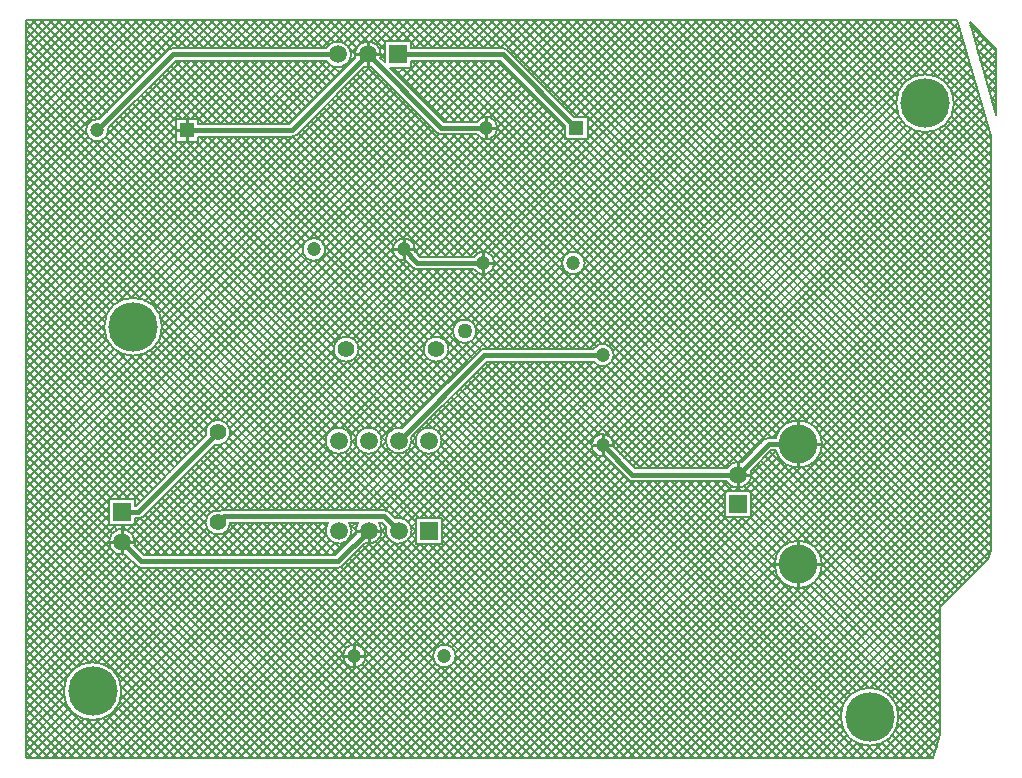
<source format=gbl>
G04*
G04 #@! TF.GenerationSoftware,Altium Limited,Altium Designer,20.0.9 (164)*
G04*
G04 Layer_Physical_Order=2*
G04 Layer_Color=16711680*
%FSLAX25Y25*%
%MOIN*%
G70*
G01*
G75*
%ADD13C,0.01000*%
%ADD26C,0.00800*%
%ADD27C,0.01500*%
%ADD28C,0.04724*%
%ADD29R,0.04724X0.04724*%
%ADD30C,0.05906*%
%ADD31R,0.05906X0.05906*%
%ADD32R,0.05906X0.05906*%
%ADD33C,0.16500*%
%ADD34C,0.05512*%
%ADD35C,0.12992*%
%ADD36C,0.05000*%
D13*
X154750Y211250D02*
X158112D01*
X154750D02*
Y214612D01*
Y207888D02*
Y211250D01*
X153750Y166250D02*
X157112D01*
X153750D02*
Y169612D01*
Y162888D02*
Y166250D01*
X127250Y170750D02*
Y174112D01*
Y170750D02*
X130612D01*
X123888D02*
X127250D01*
Y167388D02*
Y170750D01*
X258750Y105907D02*
X266246D01*
X258750D02*
Y113403D01*
Y65750D02*
X266246D01*
X258750Y98411D02*
Y105907D01*
X193500Y105500D02*
Y108862D01*
Y102138D02*
Y105500D01*
X190138D02*
X193500D01*
X196862D01*
X238671Y95671D02*
Y99624D01*
Y95671D02*
X242624D01*
X238671Y91718D02*
Y95671D01*
X258750Y65750D02*
Y73246D01*
X251254Y65750D02*
X258750D01*
Y58254D02*
Y65750D01*
X115250Y235750D02*
X119203D01*
X115250D02*
Y239703D01*
Y231797D02*
Y235750D01*
X111297D02*
X115250D01*
X55000Y210500D02*
Y213862D01*
X51638Y210500D02*
X55000D01*
Y207138D02*
Y210500D01*
X115500Y77000D02*
X119453D01*
X115500Y73047D02*
Y77000D01*
X111547D02*
X115500D01*
X110750Y35250D02*
Y38612D01*
X107388Y35250D02*
X110750D01*
X114112D01*
X110750Y31888D02*
Y35250D01*
X33250Y73250D02*
Y77203D01*
Y69297D02*
Y73250D01*
X29297D02*
X33250D01*
X37203D01*
D26*
X310650Y219500D02*
G03*
X310650Y219500I-9650J0D01*
G01*
X187512Y166250D02*
G03*
X187512Y166250I-3762J0D01*
G01*
X197262Y135500D02*
G03*
X190413Y137650I-3762J0D01*
G01*
Y133350D02*
G03*
X197262Y135500I3087J2150D01*
G01*
X161770Y237270D02*
G03*
X160250Y237900I-1520J-1520D01*
G01*
X161770Y237270D02*
G03*
X160250Y237900I-1520J-1520D01*
G01*
X119447Y234594D02*
G03*
X119603Y235750I-4197J1156D01*
G01*
X158512Y211250D02*
G03*
X151663Y213400I-3762J0D01*
G01*
Y209100D02*
G03*
X158512Y211250I3087J2150D01*
G01*
X157512Y166250D02*
G03*
X150663Y168400I-3762J0D01*
G01*
Y164100D02*
G03*
X157512Y166250I3087J2150D01*
G01*
X151400Y143500D02*
G03*
X151400Y143500I-3900J0D01*
G01*
X154000Y137650D02*
G03*
X152480Y137020I0J-2150D01*
G01*
X154000Y137650D02*
G03*
X152480Y137020I0J-2150D01*
G01*
X138230Y209730D02*
G03*
X139750Y209100I1520J1520D01*
G01*
X138230Y209730D02*
G03*
X139750Y209100I1520J1520D01*
G01*
X131012Y170750D02*
G03*
X127913Y167047I-3762J0D01*
G01*
X130953Y170087D02*
G03*
X131012Y170750I-3703J663D01*
G01*
X130230Y164730D02*
G03*
X131750Y164100I1520J1520D01*
G01*
X130230Y164730D02*
G03*
X131750Y164100I1520J1520D01*
G01*
X142156Y137500D02*
G03*
X142156Y137500I-4156J0D01*
G01*
X266646Y105907D02*
G03*
X251152Y108057I-7896J0D01*
G01*
Y103757D02*
G03*
X266646Y105907I7598J2150D01*
G01*
X292150Y15000D02*
G03*
X292150Y15000I-9650J0D01*
G01*
X266646Y65750D02*
G03*
X266646Y65750I-7896J0D01*
G01*
X248907Y108057D02*
G03*
X247387Y107428I0J-2150D01*
G01*
X248907Y108057D02*
G03*
X247387Y107428I0J-2150D01*
G01*
X239827Y99868D02*
G03*
X234887Y97821I-1156J-4197D01*
G01*
X197262Y105500D02*
G03*
X194163Y101797I-3762J0D01*
G01*
X197203Y104837D02*
G03*
X197262Y105500I-3703J663D01*
G01*
X243024Y95671D02*
G03*
X242868Y96827I-4353J0D01*
G01*
X234887Y93521D02*
G03*
X243024Y95671I3785J2150D01*
G01*
X201809Y94151D02*
G03*
X203329Y93521I1520J1520D01*
G01*
X201809Y94151D02*
G03*
X203329Y93521I1520J1520D01*
G01*
X139853Y107000D02*
G03*
X139853Y107000I-4353J0D01*
G01*
X129853D02*
G03*
X129697Y108156I-4353J0D01*
G01*
X126656Y111196D02*
G03*
X129853Y107000I-1156J-4197D01*
G01*
X121303Y78156D02*
G03*
X129853Y77000I4197J-1156D01*
G01*
X144512Y35250D02*
G03*
X144512Y35250I-3762J0D01*
G01*
X122270Y83270D02*
G03*
X120750Y83900I-1520J-1520D01*
G01*
X129853Y77000D02*
G03*
X124344Y81196I-4353J0D01*
G01*
X122270Y83270D02*
G03*
X120750Y83900I-1520J-1520D01*
G01*
X119853Y77000D02*
G03*
X118991Y79600I-4353J0D01*
G01*
X109603Y235750D02*
G03*
X101465Y237900I-4353J0D01*
G01*
X114094Y231554D02*
G03*
X116406Y231554I1156J4197D01*
G01*
X119603Y235750D02*
G03*
X111054Y234594I-4353J0D01*
G01*
X101465Y233600D02*
G03*
X109603Y235750I3785J2150D01*
G01*
X90000Y208350D02*
G03*
X91520Y208980I0J2150D01*
G01*
X90000Y208350D02*
G03*
X91520Y208980I0J2150D01*
G01*
X101012Y170750D02*
G03*
X101012Y170750I-3762J0D01*
G01*
X112156Y137500D02*
G03*
X112156Y137500I-4156J0D01*
G01*
X119853Y107000D02*
G03*
X119853Y107000I-4353J0D01*
G01*
X109853D02*
G03*
X109853Y107000I-4353J0D01*
G01*
X50250Y237900D02*
G03*
X48730Y237270I0J-2150D01*
G01*
X50250Y237900D02*
G03*
X48730Y237270I0J-2150D01*
G01*
X28762Y210500D02*
G03*
X28703Y211163I-3762J0D01*
G01*
X25663Y214203D02*
G03*
X28762Y210500I-663J-3703D01*
G01*
X69406Y109750D02*
G03*
X61215Y108755I-4156J0D01*
G01*
X64255Y105715D02*
G03*
X69406Y109750I995J4035D01*
G01*
X46650Y145000D02*
G03*
X46650Y145000I-9650J0D01*
G01*
X109853Y77000D02*
G03*
X108991Y79600I-4353J0D01*
G01*
X112009D02*
G03*
X111303Y75844I3491J-2600D01*
G01*
X102009Y79600D02*
G03*
X109853Y77000I3491J-2600D01*
G01*
X114344Y72803D02*
G03*
X119853Y77000I1156J4197D01*
G01*
X105250Y64600D02*
G03*
X106770Y65230I0J2150D01*
G01*
X105250Y64600D02*
G03*
X106770Y65230I0J2150D01*
G01*
X114512Y35250D02*
G03*
X114512Y35250I-3762J0D01*
G01*
X67250Y83900D02*
G03*
X66426Y83736I0J-2150D01*
G01*
X67250Y83900D02*
G03*
X66426Y83736I0J-2150D01*
G01*
D02*
G03*
X69403Y79600I-1176J-3986D01*
G01*
X38750Y81100D02*
G03*
X40270Y81730I0J2150D01*
G01*
X38750Y81100D02*
G03*
X40270Y81730I0J2150D01*
G01*
X37603Y73250D02*
G03*
X34406Y69054I-4353J0D01*
G01*
X37446Y72094D02*
G03*
X37603Y73250I-4197J1156D01*
G01*
X38230Y65230D02*
G03*
X39750Y64600I1520J1520D01*
G01*
X38230Y65230D02*
G03*
X39750Y64600I1520J1520D01*
G01*
X33150Y23500D02*
G03*
X33150Y23500I-9650J0D01*
G01*
X305840Y247350D02*
X313970Y239221D01*
X308669Y247350D02*
X312821Y243198D01*
X303012Y247350D02*
X315119Y235243D01*
X297355Y247350D02*
X317417Y227288D01*
X300183Y247350D02*
X316268Y231266D01*
X294527Y247350D02*
X318566Y223311D01*
X288870Y247350D02*
X320864Y215356D01*
X291698Y247350D02*
X319715Y219333D01*
X311621Y247350D02*
X322850Y208481D01*
X257757Y247350D02*
X322850Y182257D01*
X254928Y247350D02*
X322850Y179429D01*
X271899Y247350D02*
X293580Y225669D01*
X269071Y247350D02*
X292449Y223972D01*
X266242Y247350D02*
X291661Y221931D01*
X263414Y247350D02*
X291350Y219413D01*
X260585Y247350D02*
X292054Y215881D01*
X283213Y247350D02*
X301422Y229141D01*
X280384Y247350D02*
X298831Y228903D01*
X286041Y247350D02*
X305206Y228185D01*
X277556Y247350D02*
X296745Y228161D01*
X274728Y247350D02*
X295011Y227067D01*
X249272Y247350D02*
X322850Y173772D01*
X252100Y247350D02*
X322850Y176600D01*
X246443Y247350D02*
X322850Y170943D01*
X240786Y247350D02*
X322850Y165286D01*
X243615Y247350D02*
X322850Y168115D01*
X223816Y247350D02*
X322850Y148316D01*
X235129Y247350D02*
X322850Y159629D01*
X237958Y247350D02*
X322850Y162458D01*
X232301Y247350D02*
X322850Y156801D01*
X229473Y247350D02*
X322850Y153973D01*
X226644Y247350D02*
X322850Y151144D01*
X218159Y247350D02*
X322850Y142659D01*
X220987Y247350D02*
X322850Y145487D01*
X215331Y247350D02*
X322850Y139831D01*
X212502Y247350D02*
X322850Y137002D01*
X197085Y134360D02*
X310075Y247350D01*
X206845D02*
X322850Y131345D01*
X209674Y247350D02*
X322850Y134174D01*
X204017Y247350D02*
X322850Y128517D01*
X201188Y247350D02*
X322850Y125688D01*
X198360Y247350D02*
X322850Y122860D01*
X184399Y215012D02*
X216737Y247350D01*
X182800Y216241D02*
X213909Y247350D01*
X188512Y207811D02*
X228051Y247350D01*
X155777Y169419D02*
X233708Y247350D01*
X153535Y170006D02*
X230879Y247350D01*
X147881Y147381D02*
X247850Y247350D01*
X186396Y168925D02*
X264821Y247350D01*
X184565Y169923D02*
X261992Y247350D01*
X187412Y167113D02*
X267649Y247350D01*
X147881Y147381D02*
X247850Y247350D01*
X149901Y146573D02*
X250678Y247350D01*
X172900Y226140D02*
X194110Y247350D01*
X171486Y227555D02*
X191281Y247350D01*
X174314Y224726D02*
X196938Y247350D01*
X170072Y228969D02*
X188453Y247350D01*
X155933D02*
X188271Y215012D01*
X179971Y219069D02*
X208252Y247350D01*
X178557Y220483D02*
X205423Y247350D01*
X181386Y217655D02*
X211080Y247350D01*
X175729Y223312D02*
X199767Y247350D01*
X177143Y221898D02*
X202595Y247350D01*
X195653Y138585D02*
X304419Y247350D01*
X193502Y139262D02*
X301590Y247350D01*
X196934Y137037D02*
X307247Y247350D01*
X186233Y137650D02*
X295933Y247350D01*
X183405Y137650D02*
X293105Y247350D01*
X189062Y137650D02*
X298762Y247350D01*
X192703D02*
X322850Y117203D01*
X195531Y247350D02*
X322850Y120031D01*
X189875Y247350D02*
X322850Y114375D01*
X187046Y247350D02*
X322850Y111546D01*
X184218Y247350D02*
X322850Y108718D01*
X163606Y137650D02*
X273306Y247350D01*
X160777Y137650D02*
X270477Y247350D01*
X166434Y137650D02*
X276134Y247350D01*
X151117Y144960D02*
X253507Y247350D01*
X151172Y142187D02*
X256335Y247350D01*
X177748Y137650D02*
X287448Y247350D01*
X174920Y137650D02*
X284620Y247350D01*
X180576Y137650D02*
X290277Y247350D01*
X169263Y137650D02*
X278963Y247350D01*
X172091Y137650D02*
X281791Y247350D01*
X320049Y231868D02*
X324750Y236569D01*
X319415Y234062D02*
X323827Y238474D01*
X318383Y237636D02*
X324750Y231269D01*
X316085Y245591D02*
X324750Y236926D01*
X315831Y246469D02*
X324750Y237550D01*
X317234Y241613D02*
X324750Y234097D01*
X321317Y227479D02*
X324750Y230912D01*
X320683Y229673D02*
X324750Y233740D01*
X321951Y225285D02*
X324750Y228083D01*
X319532Y233658D02*
X324750Y228440D01*
X320681Y229681D02*
X324750Y225612D01*
X318147Y238451D02*
X320998Y241302D01*
X317513Y240646D02*
X319584Y242716D01*
X318781Y236257D02*
X322412Y239888D01*
X316245Y245035D02*
X316755Y245545D01*
X316879Y242840D02*
X318170Y244130D01*
X308317Y225792D02*
X315712Y233188D01*
X306862Y227166D02*
X315078Y235382D01*
X309472Y224119D02*
X316346Y230994D01*
X302983Y228944D02*
X313811Y239771D01*
X305102Y228235D02*
X314444Y237577D01*
X322979Y221726D02*
X324750Y219955D01*
X323219Y220896D02*
X324750Y222427D01*
Y215596D02*
Y237550D01*
X321830Y225703D02*
X324750Y222783D01*
X322585Y223090D02*
X324750Y225255D01*
X315831Y246469D02*
X324750Y215596D01*
X324128Y217748D02*
X324750Y217127D01*
X323853Y218701D02*
X324750Y219598D01*
X324487Y216507D02*
X324750Y216770D01*
X308567Y213511D02*
X322850Y199227D01*
X300913Y209850D02*
X322850Y187914D01*
X310649Y219639D02*
X317614Y226605D01*
X310291Y222109D02*
X316980Y228799D01*
X310641Y219922D02*
X322850Y207713D01*
X310085Y216247D02*
X318248Y224410D01*
X309685Y223706D02*
X322013Y211378D01*
X309661Y215245D02*
X322850Y202056D01*
X310403Y217331D02*
X322850Y204884D01*
X307169Y212080D02*
X322850Y196399D01*
X305472Y210949D02*
X322850Y193571D01*
X303431Y210161D02*
X322850Y190742D01*
X188512Y213468D02*
X222394Y247350D01*
X187228Y215012D02*
X219566Y247350D01*
X157415Y165400D02*
X239365Y247350D01*
X139162Y141490D02*
X245022Y247350D01*
X157116Y167930D02*
X236536Y247350D01*
X135969Y141126D02*
X242193Y247350D01*
X300338Y229127D02*
X313177Y241966D01*
X296323Y227941D02*
X312543Y244160D01*
X297381Y210554D02*
X322850Y185085D01*
X188512Y210640D02*
X225223Y247350D01*
X188512Y207488D02*
Y215012D01*
X188271D02*
X188512Y214771D01*
X188189Y207488D02*
X188512Y207811D01*
X184028Y215012D02*
X188512D01*
X149101Y168400D02*
X188189Y207488D01*
X180988D02*
X188512D01*
X154000Y137650D02*
X190413D01*
X157497Y166591D02*
X186437Y137650D01*
X254454Y112533D02*
X322850Y180929D01*
X194484Y109131D02*
X296380Y211028D01*
X196249Y108068D02*
X298391Y210209D01*
X138571Y233600D02*
X258376Y113795D01*
X158491Y210851D02*
X256024Y113318D01*
X141399Y233600D02*
X261815Y113184D01*
X264526Y111291D02*
X322850Y169615D01*
X262981Y112574D02*
X322850Y172443D01*
X265707Y109643D02*
X322850Y166786D01*
X258551Y113801D02*
X322850Y178100D01*
X261042Y113463D02*
X322850Y175272D01*
X157655Y208859D02*
X254173Y112341D01*
X155988Y207697D02*
X252702Y110984D01*
X152860Y207997D02*
X251600Y109257D01*
X148929Y209100D02*
X249971Y108057D01*
X248907D02*
X251152D01*
X170939Y133350D02*
X195854Y108435D01*
X249979Y108057D02*
X252125Y110203D01*
X154891Y133350D02*
X190413D01*
X168110D02*
X192371Y109089D01*
X163001Y236040D02*
X174311Y247350D01*
X161575Y237443D02*
X171482Y247350D01*
X164415Y234626D02*
X177139Y247350D01*
X156376Y237900D02*
X165825Y247350D01*
X153547Y237900D02*
X162997Y247350D01*
X159204Y237900D02*
X168654Y247350D01*
X150719Y237900D02*
X160169Y247350D01*
X147890Y237900D02*
X157340Y247350D01*
X150277D02*
X159727Y237900D01*
X138963Y247350D02*
X148413Y237900D01*
X136576D02*
X146027Y247350D01*
X139405Y237900D02*
X148855Y247350D01*
X133748Y237900D02*
X143198Y247350D01*
X136135D02*
X145584Y237900D01*
X145062D02*
X154512Y247350D01*
X144620D02*
X154070Y237900D01*
X147448Y247350D02*
X156898Y237900D01*
X141791Y247350D02*
X151241Y237900D01*
X142233D02*
X151683Y247350D01*
X167243Y231797D02*
X182796Y247350D01*
X165829Y233211D02*
X179968Y247350D01*
X168658Y230383D02*
X185625Y247350D01*
X153105D02*
X185443Y215012D01*
X161770Y237270D02*
X184028Y215012D01*
X159359Y233600D02*
X180988Y211972D01*
X157617Y213686D02*
X168445Y224514D01*
X155927Y214824D02*
X167031Y225928D01*
X158370Y233600D02*
X180988Y210982D01*
X152638Y214364D02*
X165617Y227343D01*
X155541Y233600D02*
X180988Y208154D01*
X137672Y216368D02*
X154904Y233600D01*
X136258Y217782D02*
X152076Y233600D01*
X135742D02*
X154351Y214991D01*
X133430Y220611D02*
X146419Y233600D01*
X134844Y219197D02*
X149247Y233600D01*
X146018Y213400D02*
X162789Y230171D01*
X143189Y213400D02*
X161374Y231585D01*
X148846Y213400D02*
X164203Y228757D01*
X139086Y214954D02*
X157732Y233600D01*
X140501Y213540D02*
X159960Y232999D01*
X130920Y237900D02*
X140370Y247350D01*
X130478D02*
X139928Y237900D01*
X133306Y247350D02*
X142756Y237900D01*
X129603Y239411D02*
X137541Y247350D01*
X124637Y240103D02*
X131884Y247350D01*
X127649D02*
X137099Y237900D01*
X129603Y239740D02*
X131442Y237900D01*
X129240Y240103D02*
X129603Y239740D01*
Y237900D02*
X160250D01*
X127466Y240103D02*
X134713Y247350D01*
X124821D02*
X134271Y237900D01*
X121809Y240103D02*
X129056Y247350D01*
X119164D02*
X126411Y240103D01*
X121992Y247350D02*
X129240Y240103D01*
X116073Y240024D02*
X123399Y247350D01*
X118001Y239123D02*
X126227Y247350D01*
X129603Y237900D02*
Y240103D01*
X120897D02*
X129603D01*
X119538Y235004D02*
X120897Y236363D01*
X116335Y247350D02*
X123583Y240103D01*
X119226Y237521D02*
X120897Y239191D01*
X132015Y222025D02*
X143590Y233600D01*
X130601Y223439D02*
X140762Y233600D01*
X132914D02*
X152359Y214155D01*
X129603Y233600D02*
X159359D01*
X129187Y224854D02*
X137933Y233600D01*
X130086D02*
X150285Y213400D01*
X126631Y231397D02*
X144629Y213400D01*
X123803Y231397D02*
X141800Y213400D01*
X129460Y231397D02*
X147457Y213400D01*
X122643Y231397D02*
X140641Y213400D01*
X116406Y231554D02*
X138230Y209730D01*
X120897Y233143D02*
Y240103D01*
X119600Y235600D02*
X120897Y234303D01*
X129603Y231397D02*
Y233600D01*
X119447Y234594D02*
X120897Y233143D01*
X126358Y227682D02*
X132276Y233600D01*
X124944Y229096D02*
X127245Y231397D01*
X127773Y226268D02*
X135105Y233600D01*
X122643Y231397D02*
X129603D01*
X123530Y230510D02*
X124417Y231397D01*
X158482Y211723D02*
X169860Y223100D01*
X180988Y207488D02*
Y211972D01*
X143272Y209100D02*
X182554Y169817D01*
X146100Y209100D02*
X185787Y169413D01*
X146273Y168400D02*
X185360Y207488D01*
X180988Y208154D02*
X181653Y207488D01*
X143444Y168400D02*
X182532Y207488D01*
X140443Y209100D02*
X180871Y168672D01*
X140616Y168400D02*
X180988Y208772D01*
X140641Y213400D02*
X151663D01*
X140939Y140439D02*
X143619Y143119D01*
X155121Y137650D02*
X181075Y163604D01*
X148674Y164100D02*
X175124Y137650D01*
X156964Y164295D02*
X183609Y137650D01*
X143017Y164100D02*
X169467Y137650D01*
X140189Y164100D02*
X166639Y137650D01*
X145846Y164100D02*
X172296Y137650D01*
X155507Y162924D02*
X180781Y137650D01*
X153049Y162554D02*
X177953Y137650D01*
X157949D02*
X182887Y162588D01*
X151062Y141913D02*
X155325Y137650D01*
X151257Y144546D02*
X158153Y137650D01*
X141990Y138662D02*
X144427Y141099D01*
X149798Y140349D02*
X152838Y137309D01*
X140939Y140439D02*
X143619Y143119D01*
X141626Y135469D02*
X146040Y139883D01*
X147712Y139606D02*
X151389Y135929D01*
X142087Y136746D02*
X147146Y131687D01*
X141180Y134824D02*
X145732Y130272D01*
X132386Y168655D02*
X178345Y214615D01*
X130971Y170069D02*
X176931Y216029D01*
X134959Y168400D02*
X179759Y213200D01*
X129208Y173963D02*
X174102Y218857D01*
X126914Y174497D02*
X172688Y220271D01*
X130578Y172504D02*
X175516Y217443D01*
X139750Y209100D02*
X151663D01*
X137787Y168400D02*
X180988Y211600D01*
X132641Y168400D02*
X150663D01*
X131750Y164100D02*
X150663D01*
X131001Y170459D02*
X133060Y168400D01*
X130953Y170087D02*
X132641Y168400D01*
X127913Y167047D02*
X130230Y164730D01*
X134532Y164100D02*
X160982Y137650D01*
X131703Y164101D02*
X148547Y147257D01*
X137360Y164100D02*
X163810Y137650D01*
X125970Y111327D02*
X180077Y165435D01*
X126656Y111196D02*
X152480Y137020D01*
X118811Y109826D02*
X148813Y139828D01*
X138717Y109932D02*
X162134Y133350D01*
X137031Y111075D02*
X159306Y133350D01*
X139712Y108099D02*
X164963Y133350D01*
X134316Y111189D02*
X156477Y133350D01*
X129697Y108156D02*
X154891Y133350D01*
X125612Y167363D02*
X145913Y147062D01*
X117175Y111018D02*
X140031Y133874D01*
X139537Y133639D02*
X144318Y128858D01*
X136838Y133510D02*
X142903Y127444D01*
X134630Y113090D02*
X136479Y111241D01*
X133216Y111676D02*
X133860Y111032D01*
X131802Y110261D02*
X132211Y109852D01*
X225601Y97821D02*
X322850Y195071D01*
X217115Y97821D02*
X322850Y203556D01*
X228429Y97821D02*
X322850Y192242D01*
X211458Y97821D02*
X322686Y209049D01*
X208630Y97821D02*
X322052Y211243D01*
X214287Y97821D02*
X322850Y206384D01*
X266576Y104855D02*
X322850Y161129D01*
X266468Y107576D02*
X322850Y163958D01*
X239096Y100003D02*
X322850Y183757D01*
X231257Y97821D02*
X322850Y189414D01*
X234086Y97821D02*
X322850Y186585D01*
X203596Y98444D02*
X320784Y215632D01*
X202182Y99858D02*
X320150Y217827D01*
X205802Y97821D02*
X321418Y213438D01*
X199354Y102687D02*
X318882Y222216D01*
X200768Y101273D02*
X319516Y220021D01*
X197939Y104101D02*
X304253Y210415D01*
X262631Y72626D02*
X322850Y132845D01*
X260602Y73426D02*
X322850Y135674D01*
Y70506D02*
Y208481D01*
X222772Y97821D02*
X322850Y197899D01*
X219944Y97821D02*
X322850Y200728D01*
X257954Y73606D02*
X322850Y138502D01*
X266357Y67867D02*
X322850Y124360D01*
X265503Y69842D02*
X322850Y127188D01*
X266634Y65316D02*
X322850Y121531D01*
X264249Y71416D02*
X322850Y130017D01*
X264656Y60509D02*
X322850Y118703D01*
X216611Y1150D02*
X322850Y107389D01*
X266027Y108972D02*
X314750Y60250D01*
X213782Y1150D02*
X322850Y110218D01*
X208125Y1150D02*
X322850Y115875D01*
X210954Y1150D02*
X322850Y113046D01*
X266637Y105534D02*
X313335Y58835D01*
X266161Y103182D02*
X311921Y57421D01*
X249206Y103166D02*
X306000Y46372D01*
X247792Y101751D02*
X306000Y43543D01*
X219439Y1150D02*
X322850Y104561D01*
X170076Y247350D02*
X322850Y94576D01*
X178561Y247350D02*
X322850Y103061D01*
X167247Y247350D02*
X322850Y91747D01*
X161590Y247350D02*
X322850Y86090D01*
X164419Y247350D02*
X322850Y88919D01*
X158762Y247350D02*
X322850Y83262D01*
X188512Y214771D02*
X322850Y80433D01*
X181389Y247350D02*
X322850Y105889D01*
X187310Y207488D02*
X322850Y71948D01*
X175733Y247350D02*
X322850Y100233D01*
X172904Y247350D02*
X322850Y97404D01*
X152713Y233600D02*
X320407Y65907D01*
X149884Y233600D02*
X318992Y64492D01*
X147056Y233600D02*
X317578Y63078D01*
X119751Y107937D02*
X259164Y247350D01*
X139853Y74299D02*
X311909Y246355D01*
X188512Y211943D02*
X322850Y77605D01*
X197199Y106189D02*
X300861Y209851D01*
X188512Y209114D02*
X322850Y74777D01*
X184482Y207488D02*
X322551Y69419D01*
X181653Y207488D02*
X321821Y67321D01*
X174184Y1150D02*
X322850Y149816D01*
X171356Y1150D02*
X322850Y152644D01*
X177013Y1150D02*
X322850Y146987D01*
X165699Y1150D02*
X322850Y158301D01*
X144228Y233600D02*
X316164Y61664D01*
X168527Y1150D02*
X322850Y155473D01*
X182669Y1150D02*
X322850Y141331D01*
X194028Y101775D02*
X274881Y20922D01*
X179841Y1150D02*
X322850Y144159D01*
X150187Y128646D02*
X277683Y1150D01*
X151601Y130060D02*
X280511Y1150D01*
X159625Y133350D02*
X273800Y19175D01*
X156797Y133350D02*
X273075Y17072D01*
X154429Y132889D02*
X272866Y14453D01*
X153015Y131475D02*
X273935Y10555D01*
X148773Y127232D02*
X274854Y1150D01*
X145944Y124404D02*
X269198Y1150D01*
X144530Y122989D02*
X266369Y1150D01*
X147358Y125818D02*
X272026Y1150D01*
X141701Y120161D02*
X260712Y1150D01*
X143116Y121575D02*
X263541Y1150D01*
X322034Y67534D02*
X322850Y70506D01*
X306000Y51500D02*
X322034Y67534D01*
X279084Y24025D02*
X306000Y50941D01*
X266644Y65929D02*
X306000Y26573D01*
X265411Y69990D02*
X306000Y29401D01*
X266301Y63443D02*
X306000Y23744D01*
X288737Y22364D02*
X306000Y39628D01*
X287053Y23509D02*
X306000Y42456D01*
X290121Y20920D02*
X306000Y36799D01*
X282537Y24650D02*
X306000Y48113D01*
X285028Y24313D02*
X306000Y45284D01*
X292134Y14448D02*
X306000Y28314D01*
X291926Y17068D02*
X306000Y31142D01*
Y9155D02*
Y51500D01*
X265409Y61507D02*
X306000Y20916D01*
X291201Y19172D02*
X306000Y33971D01*
X291522Y18423D02*
X304878Y5068D01*
X292150Y14967D02*
X304268Y2849D01*
X291814Y12475D02*
X303139Y1150D01*
X291061Y10546D02*
X306000Y25485D01*
X292978Y1150D02*
X306000Y14172D01*
X291010Y10450D02*
X300310Y1150D01*
X295807D02*
X306000Y11343D01*
X287321Y1150D02*
X306000Y19829D01*
X284493Y1150D02*
X306000Y22657D01*
X290150Y1150D02*
X306000Y17000D01*
X298635Y1150D02*
X305758Y8273D01*
X301464Y1150D02*
X304687Y4373D01*
X303801Y1150D02*
X306000Y9155D01*
X288422Y7381D02*
X294654Y1150D01*
X289866Y8766D02*
X297482Y1150D01*
X281665D02*
X286954Y6439D01*
X278055Y6435D02*
X283340Y1150D01*
X286675Y6300D02*
X291825Y1150D01*
X267522D02*
X275136Y8764D01*
X270351Y1150D02*
X276580Y7379D01*
X281953Y5365D02*
X286168Y1150D01*
X278836D02*
X283052Y5366D01*
X284572Y5575D02*
X288997Y1150D01*
X273179D02*
X278328Y6299D01*
X276008Y1150D02*
X280432Y5574D01*
X265184Y101330D02*
X310507Y56007D01*
X263826Y99859D02*
X309093Y54593D01*
X262100Y98757D02*
X307679Y53179D01*
X246378Y100337D02*
X306000Y40715D01*
X256990Y98210D02*
X306000Y49200D01*
X244964Y98923D02*
X306000Y37887D01*
X259929Y98100D02*
X306264Y51764D01*
X264123Y59964D02*
X306000Y18088D01*
X262473Y58787D02*
X306000Y15259D01*
X243549Y97509D02*
X306000Y35058D01*
X243001Y95228D02*
X306000Y32230D01*
X213596Y93521D02*
X282467Y24650D01*
X210768Y93521D02*
X279975Y24314D01*
X216424Y93521D02*
X285923Y24022D01*
X207939Y93521D02*
X277950Y23510D01*
X205111Y93521D02*
X276266Y22366D01*
X260402Y58029D02*
X306000Y12431D01*
X243024Y89549D02*
X258929Y73644D01*
X242233Y93169D02*
X262990Y72411D01*
X233581Y1150D02*
X322850Y90419D01*
X230753Y1150D02*
X322850Y93247D01*
X236410Y1150D02*
X322850Y87590D01*
X225096Y1150D02*
X322850Y98904D01*
X222268Y1150D02*
X322850Y101733D01*
X227924Y1150D02*
X322850Y96076D01*
X250552Y1150D02*
X322850Y73448D01*
X244895Y1150D02*
X322850Y79105D01*
X253380Y1150D02*
X322850Y70620D01*
X239238Y1150D02*
X322850Y84762D01*
X242067Y1150D02*
X322850Y81933D01*
X257675Y57927D02*
X306000Y9602D01*
X219253Y93521D02*
X305487Y7287D01*
X247723Y1150D02*
X322850Y76277D01*
X162871Y1150D02*
X259802Y98082D01*
X205297Y1150D02*
X263991Y59844D01*
X261866Y1150D02*
X273187Y12472D01*
X259037Y1150D02*
X272850Y14963D01*
X264694Y1150D02*
X273991Y10447D01*
X202468Y1150D02*
X259184Y57866D01*
X256209Y1150D02*
X273475Y18416D01*
X187317Y165055D02*
X246166Y106206D01*
X186913Y168287D02*
X247592Y107608D01*
X186172Y163371D02*
X244751Y104792D01*
X184200Y162515D02*
X243337Y103378D01*
X249798Y103757D02*
X251152D01*
X239827Y99868D02*
X247387Y107428D01*
X204219Y97821D02*
X234887D01*
X197258Y135315D02*
X234752Y97821D01*
X185081Y133350D02*
X220610Y97821D01*
X187909Y133350D02*
X223438Y97821D01*
X197203Y104837D02*
X204219Y97821D01*
X243024Y89789D02*
X253366Y100131D01*
X243018Y95439D02*
X251194Y103615D01*
X243024Y86960D02*
X255014Y98951D01*
X242868Y96827D02*
X249798Y103757D01*
X240588Y90182D02*
X252083Y101676D01*
X243024Y84132D02*
X257082Y98190D01*
X192065Y132022D02*
X226266Y97821D01*
X182253Y133350D02*
X217781Y97821D01*
X196506Y133238D02*
X231923Y97821D01*
X176596Y133350D02*
X212124Y97821D01*
X179424Y133350D02*
X214953Y97821D01*
X196435Y107854D02*
X206468Y97821D01*
X194906Y132010D02*
X229095Y97821D01*
X194163Y101797D02*
X201809Y94151D01*
X165282Y133350D02*
X190662Y107970D01*
X162453Y133350D02*
X189775Y106028D01*
X173767Y133350D02*
X209296Y97821D01*
X132764Y81353D02*
X184762Y133350D01*
X121135Y83865D02*
X170620Y133350D01*
X135593Y81353D02*
X187590Y133350D01*
X139276Y104835D02*
X167791Y133350D01*
X138421Y81353D02*
X190415Y133346D01*
X122819Y82721D02*
X173448Y133350D01*
X124233Y81307D02*
X176276Y133350D01*
X130388Y108847D02*
X131258Y107977D01*
X129843Y106716D02*
X131311Y108184D01*
X119669Y108253D02*
X121153Y106768D01*
X129832Y106574D02*
X132017Y104390D01*
X118775Y104133D02*
X121173Y106530D01*
X118341Y83900D02*
X137665Y103224D01*
X115513Y83900D02*
X134401Y102788D01*
X116637Y102798D02*
X138083Y81353D01*
X139741Y107979D02*
X246570Y1150D01*
X139532Y105360D02*
X243742Y1150D01*
X140287Y118747D02*
X257884Y1150D01*
X137459Y115918D02*
X252227Y1150D01*
X136045Y114504D02*
X249399Y1150D01*
X138873Y117332D02*
X255055Y1150D01*
X136477Y102758D02*
X238085Y1150D01*
X132890Y103517D02*
X235256Y1150D01*
X138352Y103711D02*
X240913Y1150D01*
X127576Y103174D02*
X229600Y1150D01*
X129069Y104509D02*
X232428Y1150D01*
X139853Y79956D02*
X191963Y132066D01*
X128619Y80036D02*
X181933Y133350D01*
X139853Y77127D02*
X194640Y131915D01*
X126882Y81127D02*
X179105Y133350D01*
X119588Y105505D02*
X223943Y1150D01*
X143230Y38079D02*
X200556Y95404D01*
X141296Y38972D02*
X199142Y96818D01*
X144344Y36363D02*
X201978Y93998D01*
X118458Y103806D02*
X221114Y1150D01*
X125268Y102653D02*
X226771Y1150D01*
X243024Y86720D02*
X256443Y73302D01*
X243024Y81476D02*
Y90182D01*
Y83892D02*
X254507Y72409D01*
X234318Y90182D02*
X243024D01*
X240734Y91838D02*
X242391Y90182D01*
X243024Y89549D01*
X242611Y81476D02*
X252964Y71123D01*
X239783Y81476D02*
X251787Y69473D01*
X234318Y81476D02*
X243024D01*
X236955D02*
X251029Y67402D01*
X233395Y93521D02*
X236734Y90182D01*
X230566Y93521D02*
X234318Y89769D01*
X227738Y93521D02*
X234318Y86941D01*
X203329Y93521D02*
X234887D01*
X224910D02*
X234318Y84113D01*
X237760Y90182D02*
X238903Y91325D01*
X234931Y90182D02*
X236595Y91845D01*
X238419Y91326D02*
X239563Y90182D01*
X234318Y89569D02*
X234931Y90182D01*
X234318Y81476D02*
Y90182D01*
X222081Y93521D02*
X250927Y64675D01*
X160042Y1150D02*
X240368Y81476D01*
X157214Y1150D02*
X237540Y81476D01*
X185498Y1150D02*
X250894Y66546D01*
X196812Y1150D02*
X254658Y58997D01*
X193983Y1150D02*
X253084Y60251D01*
X199640Y1150D02*
X256633Y58143D01*
X188326Y1150D02*
X251074Y63898D01*
X191155Y1150D02*
X251874Y61869D01*
X145900Y1150D02*
X234318Y89569D01*
X143581Y32773D02*
X204330Y93521D01*
X148728Y1150D02*
X234318Y86740D01*
X140243Y1150D02*
X232614Y93521D01*
X143071Y1150D02*
X235102Y93180D01*
X151557Y1150D02*
X234318Y83912D01*
X144511Y35326D02*
X178688Y1150D01*
X154385D02*
X234711Y81476D01*
X142341Y31841D02*
X173031Y1150D01*
X143867Y33143D02*
X175859Y1150D01*
X139853Y72647D02*
Y81353D01*
X131147D02*
X139853D01*
X131147Y72647D02*
Y81353D01*
X129564Y78558D02*
X131147Y76975D01*
X129668Y78256D02*
X131147Y79735D01*
Y72647D02*
X139853D01*
Y73926D02*
X212629Y1150D01*
X129482Y75242D02*
X131147Y76907D01*
X129639Y75654D02*
X131147Y74146D01*
X122270Y83270D02*
X124344Y81196D01*
X119859Y79600D02*
X121303Y78156D01*
X119852Y76926D02*
X121193Y78267D01*
X119271Y79173D02*
X119698Y79600D01*
X119852Y76956D02*
X121482Y75327D01*
X118991Y79600D02*
X119859D01*
X134586Y1150D02*
X226957Y93521D01*
X131758Y1150D02*
X224129Y93521D01*
X137415Y1150D02*
X229786Y93521D01*
X126101Y1150D02*
X218472Y93521D01*
X128929Y1150D02*
X221301Y93521D01*
X139853Y79583D02*
X218286Y1150D01*
X123273D02*
X215644Y93521D01*
X139853Y76755D02*
X215457Y1150D01*
X117616D02*
X209987Y93521D01*
X120444Y1150D02*
X212815Y93521D01*
X126793Y72844D02*
X198487Y1150D01*
X123827Y72982D02*
X195658Y1150D01*
X128560Y73905D02*
X201315Y1150D01*
X117829Y73323D02*
X190002Y1150D01*
X119228Y74752D02*
X192830Y1150D01*
X138303Y72647D02*
X209801Y1150D01*
X135475Y72647D02*
X206972Y1150D01*
X139721Y31631D02*
X170203Y1150D01*
X115673Y72651D02*
X187173Y1150D01*
X132647Y72647D02*
X204144Y1150D01*
X110679Y247350D02*
X120897Y237131D01*
X113507Y247350D02*
X120897Y239960D01*
X109562Y236342D02*
X120571Y247350D01*
X107850D02*
X115100Y240100D01*
X104816Y240081D02*
X112085Y247350D01*
X108741Y238349D02*
X117742Y247350D01*
X107203Y239640D02*
X114914Y247350D01*
X105022D02*
X112935Y239436D01*
X102193Y247350D02*
X111531Y238012D01*
X96536Y247350D02*
X103975Y239912D01*
X93708Y247350D02*
X102201Y238857D01*
X94150Y237900D02*
X103600Y247350D01*
X90880D02*
X100330Y237900D01*
X91322D02*
X100772Y247350D01*
X109251Y237464D02*
X110898Y235817D01*
X99807Y237900D02*
X109257Y247350D01*
X99365D02*
X106964Y239751D01*
X96978Y237900D02*
X106429Y247350D01*
X115317Y231398D02*
X180015Y166700D01*
X113214Y230673D02*
X241923Y101963D01*
X111799Y229259D02*
X240509Y100549D01*
X110385Y227845D02*
X238228Y100001D01*
X107557Y225016D02*
X193315Y139258D01*
X108971Y226430D02*
X236169Y99233D01*
X106142Y223602D02*
X191238Y138506D01*
X104728Y222188D02*
X189266Y137650D01*
X109412Y234475D02*
X110173Y233714D01*
X96144Y233600D02*
X103102Y226642D01*
X93316Y233600D02*
X101688Y225228D01*
X108357Y232701D02*
X108759Y232299D01*
X106613Y231616D02*
X107344Y230885D01*
X103730Y231671D02*
X105930Y229471D01*
X98973Y233600D02*
X104516Y228057D01*
X91520Y208980D02*
X114094Y231554D01*
X88051Y247350D02*
X97501Y237900D01*
X85665D02*
X95115Y247350D01*
X88493Y237900D02*
X97943Y247350D01*
X29750D02*
X311621D01*
X50250Y237900D02*
X101465D01*
X85223Y247350D02*
X94673Y237900D01*
X90487Y233600D02*
X100274Y223814D01*
X87659Y233600D02*
X98859Y222400D01*
X84831Y233600D02*
X97445Y220986D01*
X51141Y233600D02*
X101465D01*
X82003D02*
X96031Y219571D01*
X82394Y247350D02*
X91844Y237900D01*
X80008D02*
X89458Y247350D01*
X82836Y237900D02*
X92286Y247350D01*
X76737D02*
X86187Y237900D01*
X77179D02*
X86629Y247350D01*
X79174Y233600D02*
X94617Y218157D01*
X79566Y247350D02*
X89016Y237900D01*
X76346Y233600D02*
X93203Y216743D01*
X73517Y233600D02*
X91788Y215329D01*
X70689Y233600D02*
X90374Y213915D01*
X89109Y212650D02*
X111054Y234594D01*
X88699Y212650D02*
X110976Y234927D01*
X44314Y151295D02*
X120490Y227470D01*
X41099Y153736D02*
X117661Y230298D01*
X38979Y154445D02*
X115996Y231462D01*
X42859Y152668D02*
X119075Y228884D01*
X46290Y147613D02*
X123318Y224641D01*
X45471Y149623D02*
X121904Y226056D01*
X46649Y145144D02*
X124732Y223227D01*
X1150Y226771D02*
X116753Y111169D01*
X1150Y223943D02*
X114005Y111088D01*
X68900Y212650D02*
X89850Y233600D01*
X67860D02*
X88810Y212650D01*
X71728D02*
X92678Y233600D01*
X65032D02*
X85982Y212650D01*
X66072D02*
X87022Y233600D01*
X83042Y212650D02*
X102651Y232259D01*
X80214Y212650D02*
X101164Y233600D01*
X85871Y212650D02*
X104658Y231438D01*
X74557Y212650D02*
X95507Y233600D01*
X77385Y212650D02*
X98335Y233600D01*
X103314Y220774D02*
X154091Y169997D01*
X101900Y219359D02*
X151795Y169464D01*
X100486Y217945D02*
X150031Y168400D01*
X97657Y215117D02*
X144374Y168400D01*
X96243Y213703D02*
X141546Y168400D01*
X99072Y216531D02*
X147203Y168400D01*
X100131Y173170D02*
X137460Y210499D01*
X98449Y174316D02*
X136046Y211913D01*
X100986Y171196D02*
X139018Y209228D01*
X94829Y212288D02*
X138717Y168400D01*
X81797Y208350D02*
X144349Y145798D01*
X95224Y173920D02*
X134632Y213328D01*
X92001Y209460D02*
X126959Y174501D01*
X93415Y210874D02*
X135889Y168400D01*
X90266Y208366D02*
X124925Y173707D01*
X108210Y141651D02*
X130854Y164295D01*
X87454Y208350D02*
X123729Y172075D01*
X84625Y208350D02*
X123863Y169112D01*
X112136Y137092D02*
X139144Y164100D01*
X111669Y139453D02*
X136316Y164100D01*
X100811Y169536D02*
X134010Y136338D01*
X99659Y167860D02*
X141489Y126030D01*
X100454Y172722D02*
X134139Y139037D01*
X97679Y167012D02*
X140075Y124616D01*
X114584Y111255D02*
X136838Y133510D01*
X109411Y108911D02*
X135061Y134561D01*
X109411Y108911D02*
X135061Y134561D01*
X106148Y111304D02*
X134374Y139531D01*
X108136Y110464D02*
X134010Y136338D01*
X112029Y138520D02*
X133004Y117545D01*
X111831Y135889D02*
X131590Y116130D01*
X110619Y134273D02*
X130176Y114716D01*
X110329Y140942D02*
X133487Y164100D01*
X109846Y106761D02*
X111663Y104944D01*
X109823Y106495D02*
X111245Y107916D01*
X108666Y133398D02*
X128761Y113302D01*
X78968Y208350D02*
X143606Y143712D01*
X46088Y141754D02*
X126146Y221813D01*
X73311Y208350D02*
X148560Y133101D01*
X34045Y216504D02*
X109020Y141529D01*
X32630Y215090D02*
X106389Y141331D01*
X31216Y213676D02*
X104773Y140119D01*
X70483Y208350D02*
X137246Y141587D01*
X67655Y208350D02*
X135324Y140680D01*
X76140Y208350D02*
X149975Y134515D01*
X55124Y206738D02*
X138661Y123201D01*
X52296Y206738D02*
X137247Y121787D01*
X61998Y208350D02*
X96036Y174311D01*
X58762Y212650D02*
X89109D01*
X59169Y208350D02*
X94360Y173159D01*
X36333Y154627D02*
X90057Y208351D01*
X29802Y212261D02*
X103898Y138166D01*
X64826Y208350D02*
X99222Y173954D01*
X58762Y208350D02*
X90000D01*
X57953Y206738D02*
X93512Y171178D01*
X32313Y153435D02*
X87227Y208350D01*
X1150Y125101D02*
X84399Y208350D01*
X36873Y219333D02*
X135832Y120373D01*
X35459Y217918D02*
X134418Y118959D01*
X28762Y210473D02*
X127347Y111888D01*
X1150Y91160D02*
X128975Y218985D01*
X1150Y93988D02*
X127561Y220399D01*
X1150Y88331D02*
X130389Y217570D01*
X69109Y108207D02*
X127931Y167029D01*
X69179Y111105D02*
X125496Y167422D01*
X34363Y87603D02*
X154277Y207518D01*
X28075Y208332D02*
X125075Y111332D01*
X31534Y87603D02*
X152314Y208383D01*
X1150Y215457D02*
X105261Y111346D01*
X1150Y212629D02*
X103129Y110650D01*
X1150Y209801D02*
X101746Y109204D01*
X1150Y221114D02*
X112306Y109958D01*
X1150Y218286D02*
X111299Y108137D01*
X68059Y112813D02*
X124037Y168792D01*
X66210Y113794D02*
X123503Y171086D01*
X26520Y207058D02*
X123009Y110569D01*
X23823Y206927D02*
X121674Y109076D01*
X1150Y206972D02*
X101147Y106975D01*
X65866Y237900D02*
X75316Y247350D01*
X65424D02*
X74874Y237900D01*
X68252Y247350D02*
X77702Y237900D01*
X62596Y247350D02*
X72046Y237900D01*
X60209D02*
X69659Y247350D01*
X63037Y237900D02*
X72487Y247350D01*
X73909D02*
X83359Y237900D01*
X71523D02*
X80973Y247350D01*
X74351Y237900D02*
X83801Y247350D01*
X68694Y237900D02*
X78144Y247350D01*
X71081D02*
X80531Y237900D01*
X51282Y247350D02*
X60732Y237900D01*
X48454Y247350D02*
X57903Y237900D01*
X51724D02*
X61174Y247350D01*
X42797D02*
X52247Y237900D01*
X45625Y247350D02*
X55075Y237900D01*
X57380D02*
X66830Y247350D01*
X56939D02*
X66389Y237900D01*
X59767Y247350D02*
X69217Y237900D01*
X54110Y247350D02*
X63560Y237900D01*
X54552D02*
X64002Y247350D01*
X62204Y233600D02*
X83153Y212650D01*
X60415D02*
X81365Y233600D01*
X63243Y212650D02*
X84193Y233600D01*
X59375D02*
X80325Y212650D01*
X58762Y213826D02*
X78536Y233600D01*
X56547D02*
X77497Y212650D01*
X56370Y214262D02*
X75708Y233600D01*
X53542Y214262D02*
X72879Y233600D01*
X53718D02*
X74668Y212650D01*
X51015Y233475D02*
X71840Y212650D01*
X28426Y208946D02*
X53080Y233600D01*
X39968Y247350D02*
X49539Y237779D01*
X37140Y247350D02*
X47975Y236515D01*
X34311Y247350D02*
X46560Y235101D01*
X28655Y247350D02*
X43732Y232273D01*
X25826Y247350D02*
X42318Y230858D01*
X31483Y247350D02*
X45146Y233687D01*
X25663Y214203D02*
X48730Y237270D01*
X28703Y211163D02*
X51141Y233600D01*
X22998Y247350D02*
X40903Y229444D01*
X20169Y247350D02*
X39489Y228030D01*
X17341Y247350D02*
X38075Y226616D01*
X14512Y247350D02*
X36661Y225201D01*
X11684Y247350D02*
X35247Y223787D01*
X8856Y247350D02*
X33832Y222373D01*
X6027Y247350D02*
X32418Y220959D01*
X3199Y247350D02*
X31004Y219545D01*
X1150Y218439D02*
X30061Y247350D01*
X1150D02*
X29750D01*
X1150Y246570D02*
X29590Y218130D01*
X1150Y238238D02*
X10262Y247350D01*
X1150Y241067D02*
X7434Y247350D01*
X1150Y235410D02*
X13090Y247350D01*
X1150Y246723D02*
X1777Y247350D01*
X1150Y243895D02*
X4605Y247350D01*
X1150Y224096D02*
X24404Y247350D01*
X1150Y226924D02*
X21576Y247350D01*
X1150Y221268D02*
X27233Y247350D01*
X1150Y232581D02*
X15919Y247350D01*
X1150Y229753D02*
X18747Y247350D01*
X25249Y214254D02*
X58345Y247350D01*
X1150Y195812D02*
X52688Y247350D01*
X1150Y192983D02*
X55517Y247350D01*
X1150Y198640D02*
X49860Y247350D01*
X1150Y201468D02*
X47032Y247350D01*
X1150Y170356D02*
X64394Y233600D01*
X1150Y176013D02*
X58737Y233600D01*
X1150Y178841D02*
X55909Y233600D01*
X1150Y173184D02*
X61566Y233600D01*
X1150Y167527D02*
X67223Y233600D01*
X1150Y164699D02*
X70051Y233600D01*
X1150Y207125D02*
X41375Y247350D01*
X1150Y209954D02*
X38546Y247350D01*
X1150Y204297D02*
X44203Y247350D01*
X1150Y215611D02*
X32889Y247350D01*
X1150Y212782D02*
X35718Y247350D01*
X1150Y238085D02*
X24973Y214262D01*
X1150Y235256D02*
X22832Y213575D01*
X1150Y232428D02*
X21558Y212020D01*
X1150Y243742D02*
X28176Y216716D01*
X1150Y240913D02*
X26761Y215302D01*
X49601Y232060D02*
X69011Y212650D01*
X51238Y214262D02*
X58762D01*
X48187Y230646D02*
X66183Y212650D01*
X45358Y227818D02*
X60526Y212650D01*
X43944Y226403D02*
X56085Y214262D01*
X46773Y229232D02*
X63354Y212650D01*
X58762D02*
Y214262D01*
Y206738D02*
Y208350D01*
X51238Y206738D02*
X58762D01*
X42530Y224989D02*
X53257Y214262D01*
X41116Y223575D02*
X51238Y213453D01*
X39701Y222161D02*
X51238Y210625D01*
X1150Y229600D02*
X21427Y209323D01*
X38287Y220747D02*
X51238Y207796D01*
Y206738D02*
Y214262D01*
X1150Y190155D02*
X21246Y210251D01*
X1150Y136415D02*
X73085Y208350D01*
X42656Y137181D02*
X66000Y113838D01*
X31340Y137184D02*
X60492Y108032D01*
X1150Y142071D02*
X67428Y208350D01*
X1150Y147728D02*
X61772Y208350D01*
X1150Y139243D02*
X70257Y208350D01*
X40856Y136154D02*
X63493Y113516D01*
X38683Y135498D02*
X61931Y112250D01*
X35945Y135408D02*
X61122Y110231D01*
X1150Y184498D02*
X23643Y206991D01*
X1150Y187326D02*
X22023Y208200D01*
X1150Y181669D02*
X26554Y207074D01*
X1150Y161871D02*
X51238Y211958D01*
X1150Y159042D02*
X51238Y209130D01*
X1150Y156214D02*
X51674Y206738D01*
X28897Y87603D02*
X37603D01*
X1150Y153385D02*
X54503Y206738D01*
X1150Y150557D02*
X57331Y206738D01*
X1150Y192830D02*
X39722Y154258D01*
X1150Y190002D02*
X36514Y154638D01*
X1150Y130758D02*
X78742Y208350D01*
X1150Y133586D02*
X75914Y208350D01*
X1150Y144900D02*
X64600Y208350D01*
X1150Y127929D02*
X81571Y208350D01*
X1150Y108130D02*
X30705Y137686D01*
X1150Y181516D02*
X30518Y152149D01*
X1150Y164546D02*
X59078Y106618D01*
X1150Y187173D02*
X34115Y154209D01*
X1150Y184345D02*
X32151Y153343D01*
X1150Y173031D02*
X27498Y146683D01*
X1150Y170203D02*
X27408Y143945D01*
X1150Y167374D02*
X29184Y139340D01*
X1150Y178688D02*
X29182Y150656D01*
X1150Y175859D02*
X28154Y148856D01*
X1150Y113787D02*
X28264Y140901D01*
X1150Y116616D02*
X27555Y143021D01*
X1150Y110959D02*
X29332Y139141D01*
X1150Y122273D02*
X28565Y149687D01*
X1150Y119444D02*
X27373Y145667D01*
X1150Y156060D02*
X54835Y102375D01*
X1150Y153232D02*
X53421Y100961D01*
X1150Y150403D02*
X52007Y99547D01*
X1150Y161717D02*
X57663Y105204D01*
X1150Y158889D02*
X56249Y103790D01*
X1150Y141918D02*
X47764Y95304D01*
X1150Y139090D02*
X46350Y93890D01*
X1150Y136261D02*
X44935Y92476D01*
X1150Y147575D02*
X50592Y98133D01*
X1150Y144747D02*
X49178Y96719D01*
X1150Y99645D02*
X36856Y135351D01*
X1150Y102473D02*
X34387Y135711D01*
X1150Y133433D02*
X43521Y91062D01*
X1150Y105302D02*
X32377Y136529D01*
X1150Y96817D02*
X40246Y135912D01*
X1150Y122119D02*
X35666Y87603D01*
X1150Y119291D02*
X32838Y87603D01*
X1150Y116462D02*
X30010Y87603D01*
X1150Y130605D02*
X42107Y89648D01*
X1150Y127776D02*
X40693Y88233D01*
X112684Y83900D02*
X132568Y103783D01*
X109856Y83900D02*
X131425Y105469D01*
X109150Y104629D02*
X132426Y81353D01*
X101371Y83900D02*
X121951Y104480D01*
X98542Y83900D02*
X118367Y103725D01*
X107704Y103246D02*
X131147Y79803D01*
X113444Y103163D02*
X135255Y81353D01*
X107027Y83900D02*
X125784Y102656D01*
X105475Y102647D02*
X127058Y81064D01*
X95714Y83900D02*
X114563Y102749D01*
X104199Y83900D02*
X123456Y103157D01*
X90057Y83900D02*
X111482Y105325D01*
X87228Y83900D02*
X106005Y102677D01*
X92885Y83900D02*
X112674Y103689D01*
X84400Y83900D02*
X103589Y103089D01*
X84400Y83900D02*
X103589Y103089D01*
X108991Y79600D02*
X112009D01*
X111552D02*
X111823Y79329D01*
X109712Y78099D02*
X111213Y79600D01*
X100238D02*
X101394Y78444D01*
X114005Y37137D02*
X292265Y215398D01*
X112578Y38539D02*
X291556Y217517D01*
X114484Y34788D02*
X293334Y213638D01*
X110179Y38969D02*
X291373Y220162D01*
X89331Y1150D02*
X190932Y102751D01*
X83675Y1150D02*
X294708Y212183D01*
X100645Y1150D02*
X197727Y98232D01*
X97817Y1150D02*
X196313Y99646D01*
X114787Y1150D02*
X207158Y93521D01*
X92160Y1150D02*
X192811Y101801D01*
X94988Y1150D02*
X194899Y101061D01*
X94581Y79600D02*
X104820Y69361D01*
X91753Y79600D02*
X102453Y68900D01*
X86503Y1150D02*
X189869Y104516D01*
X97409Y79600D02*
X101363Y75646D01*
X89199Y68900D02*
X99899Y79600D01*
X88924D02*
X99624Y68900D01*
X83542D02*
X94242Y79600D01*
X86371Y68900D02*
X97071Y79600D01*
X37191Y87603D02*
X171274Y221686D01*
X1150Y85503D02*
X131803Y216156D01*
X70258Y83900D02*
X150458Y164100D01*
X1150Y201315D02*
X118565Y83900D01*
X1150Y198487D02*
X115737Y83900D01*
X1150Y204144D02*
X121547Y83747D01*
X73086Y83900D02*
X152070Y162884D01*
X67429Y83900D02*
X147629Y164100D01*
X75915Y83900D02*
X154600Y162585D01*
X67250Y83900D02*
X120750D01*
X64547Y83846D02*
X144801Y164100D01*
X46258Y147722D02*
X110080Y83900D01*
X46209Y142115D02*
X104423Y83900D01*
X46638Y144514D02*
X107252Y83900D01*
X1150Y195658D02*
X112908Y83900D01*
X45343Y140151D02*
X101595Y83900D01*
X78743D02*
X101196Y106352D01*
X69338Y110500D02*
X95938Y83900D01*
X81572D02*
X102036Y104364D01*
X44149Y138518D02*
X98766Y83900D01*
X69016Y107993D02*
X93109Y83900D01*
X1150Y65704D02*
X144546Y209100D01*
X1150Y82674D02*
X133218Y214742D01*
X69532Y1150D02*
X292559Y224177D01*
X1150Y62875D02*
X147374Y209100D01*
X1150Y68532D02*
X141718Y209100D01*
X1150Y60047D02*
X150203Y209100D01*
X43944Y68900D02*
X108408Y133364D01*
X41116Y68900D02*
X106047Y133832D01*
X46773Y68900D02*
X141973Y164100D01*
X37563Y73833D02*
X129345Y165614D01*
X39464Y70077D02*
X104558Y135171D01*
X38050Y71491D02*
X103849Y137291D01*
X1150Y74189D02*
X94830Y167869D01*
X1150Y71361D02*
X96804Y167014D01*
X1150Y79846D02*
X94080Y172776D01*
X1150Y77018D02*
X93684Y169551D01*
X69403Y79600D02*
X102009D01*
X80714Y68900D02*
X91414Y79600D01*
X83267D02*
X93967Y68900D01*
X1150Y93835D02*
X93835Y1150D01*
X1150Y96663D02*
X96663Y1150D01*
X109410Y78914D02*
X111151Y77172D01*
X109276Y74835D02*
X111156Y76715D01*
X110689Y69149D02*
X140826Y39011D01*
X109686Y75808D02*
X110477Y75018D01*
X109275Y67734D02*
X138643Y38367D01*
X104359Y68900D02*
X111303Y75844D01*
X106770Y65230D02*
X114344Y72803D01*
X108660Y74006D02*
X109063Y73603D01*
X103341Y68900D02*
X107665Y73224D01*
X97684Y68900D02*
X102568Y73783D01*
X92027Y68900D02*
X101311Y78184D01*
X94856Y68900D02*
X101425Y75469D01*
X106944Y72894D02*
X107649Y72189D01*
X104146Y72863D02*
X106234Y70775D01*
X100513Y68900D02*
X104401Y72788D01*
X112103Y70563D02*
X181516Y1150D01*
X103924Y64600D02*
X167374Y1150D01*
X113518Y71977D02*
X184345Y1150D01*
X98267Y64600D02*
X161717Y1150D01*
X95439Y64600D02*
X158889Y1150D01*
X101096Y64600D02*
X164546Y1150D01*
X113358Y32539D02*
X144747Y1150D01*
X111959D02*
X143227Y32419D01*
X114397Y34328D02*
X147575Y1150D01*
X92610Y64600D02*
X156060Y1150D01*
X111504Y31564D02*
X141918Y1150D01*
X107861Y66320D02*
X137340Y36841D01*
X106412Y64941D02*
X137131Y34221D01*
X109130Y1150D02*
X139637Y31656D01*
X103473Y1150D02*
X137028Y34704D01*
X106302Y1150D02*
X137921Y32770D01*
X75640Y64600D02*
X139090Y1150D01*
X66704D02*
X138201Y72647D01*
X89782Y64600D02*
X153232Y1150D01*
X61047D02*
X132544Y72647D01*
X61498Y64600D02*
X124948Y1150D01*
X63876D02*
X135373Y72647D01*
X72811Y64600D02*
X136261Y1150D01*
X69983Y64600D02*
X133433Y1150D01*
X86954Y64600D02*
X150403Y1150D01*
X64326Y64600D02*
X127776Y1150D01*
X67155Y64600D02*
X130605Y1150D01*
X84125Y64600D02*
X109828Y38897D01*
X86096Y79600D02*
X96796Y68900D01*
X81297Y64600D02*
X108039Y37858D01*
X40641Y68900D02*
X104359D01*
X58669Y64600D02*
X122119Y1150D01*
X80846D02*
X111212Y31516D01*
X78468Y64600D02*
X107064Y36004D01*
X78018Y1150D02*
X108863Y31995D01*
X39750Y64600D02*
X105250D01*
X72361Y1150D02*
X107031Y35821D01*
X55390Y1150D02*
X127258Y73018D01*
X52562Y1150D02*
X124244Y72832D01*
X58219Y1150D02*
X131147Y74079D01*
X46905Y1150D02*
X121373Y75618D01*
X44076Y1150D02*
X115574Y72648D01*
X49733Y1150D02*
X122464Y73881D01*
X53012Y64600D02*
X116462Y1150D01*
X50184Y64600D02*
X113634Y1150D01*
X55841Y64600D02*
X119291Y1150D01*
X1537D02*
X303801D01*
X47355Y64600D02*
X110805Y1150D01*
X41699Y64600D02*
X105149Y1150D01*
X41248D02*
X104698Y64600D01*
X44527D02*
X107977Y1150D01*
X31266Y69376D02*
X99492Y1150D01*
X38363Y65107D02*
X102320Y1150D01*
X38420D02*
X101870Y64600D01*
X35591Y1150D02*
X99041Y64600D01*
X75189Y1150D02*
X107462Y33422D01*
X29934Y1150D02*
X93384Y64600D01*
X32763Y1150D02*
X96213Y64600D01*
X65731Y105622D02*
X87453Y83900D01*
X63532Y104992D02*
X84624Y83900D01*
X67751Y106430D02*
X90281Y83900D01*
X60704Y102163D02*
X78967Y83900D01*
X59290Y100749D02*
X76139Y83900D01*
X62118Y103578D02*
X81796Y83900D01*
X69386Y79339D02*
X79825Y68900D01*
X68603Y77294D02*
X76997Y68900D01*
X69400D02*
X80100Y79600D01*
X57876Y99335D02*
X73310Y83900D01*
X67059Y76009D02*
X74168Y68900D01*
X56461Y97921D02*
X70482Y83900D01*
X55047Y96507D02*
X67654Y83900D01*
X53633Y95092D02*
X64840Y83886D01*
X52219Y93678D02*
X62794Y83103D01*
X50804Y92264D02*
X61509Y81559D01*
X49390Y90850D02*
X61146Y79094D01*
X40905Y82364D02*
X54369Y68900D01*
X71953Y79600D02*
X82653Y68900D01*
X69400D02*
X80100Y79600D01*
X72228Y68900D02*
X82928Y79600D01*
X63743Y68900D02*
X74443Y79600D01*
X60915Y68900D02*
X71615Y79600D01*
X66572Y68900D02*
X77272Y79600D01*
X77885Y68900D02*
X88585Y79600D01*
X77610D02*
X88310Y68900D01*
X80439Y79600D02*
X91139Y68900D01*
X74782Y79600D02*
X85482Y68900D01*
X75057D02*
X85757Y79600D01*
X46562Y88021D02*
X65683Y68900D01*
X45148Y86607D02*
X62854Y68900D01*
X47976Y89435D02*
X68511Y68900D01*
X42319Y83779D02*
X57198Y68900D01*
X43733Y85193D02*
X60026Y68900D01*
X58086D02*
X64804Y75618D01*
X55258Y68900D02*
X62772Y76414D01*
X64594Y75646D02*
X71340Y68900D01*
X49601D02*
X61154Y80453D01*
X52429Y68900D02*
X61496Y77967D01*
X37859Y85400D02*
X61215Y108755D01*
X37817Y85400D02*
X61207Y108790D01*
X40270Y81730D02*
X64255Y105715D01*
X1150Y124948D02*
X39279Y86819D01*
X37603Y85667D02*
X37864Y85405D01*
X37603Y85400D02*
Y87603D01*
Y79529D02*
X39227Y81154D01*
X37603Y81100D02*
X38750D01*
X36971Y78897D02*
X37603Y79529D01*
X28897Y78897D02*
Y87603D01*
X1150Y107977D02*
X28897Y80230D01*
X37603Y78897D02*
Y81100D01*
X1150Y113634D02*
X28897Y85887D01*
X1150Y110805D02*
X28897Y83058D01*
X33058Y78897D02*
X34552Y77403D01*
X32827Y77582D02*
X34142Y78897D01*
X35210Y77136D02*
X36971Y78897D01*
X28897D02*
X37603D01*
X30230D02*
X31780Y77347D01*
X36746Y75844D02*
X66793Y105891D01*
X39276Y81165D02*
X51541Y68900D01*
X1150Y91006D02*
X91006Y1150D01*
X1150Y85350D02*
X85350Y1150D01*
X1150Y82521D02*
X82521Y1150D01*
X1150Y88178D02*
X88178Y1150D01*
X35887Y78897D02*
X45884Y68900D01*
X37403Y74552D02*
X43055Y68900D01*
X37603Y80010D02*
X48712Y68900D01*
X1150Y79693D02*
X79693Y1150D01*
X1150Y76864D02*
X76864Y1150D01*
X1150Y99492D02*
X29376Y71266D01*
X1150Y102320D02*
X29056Y74414D01*
X1150Y57219D02*
X28897Y84966D01*
X1150Y105149D02*
X30073Y76226D01*
X1150Y1537D02*
Y247350D01*
Y48733D02*
X31314Y78897D01*
X1150Y54390D02*
X28897Y82137D01*
X1150Y51562D02*
X28897Y79309D01*
X29059Y31388D02*
X62272Y64600D01*
X27239Y32396D02*
X59443Y64600D01*
X30569Y30069D02*
X65100Y64600D01*
X25041Y33026D02*
X56615Y64600D01*
X22256Y33070D02*
X53786Y64600D01*
X16864Y30506D02*
X50958Y64600D01*
X33128Y24143D02*
X73585Y64600D01*
X32668Y26511D02*
X70757Y64600D01*
X32823Y21009D02*
X76414Y64600D01*
X30569Y30069D02*
X65100Y64600D01*
X31782Y28453D02*
X67928Y64600D01*
X37446Y72094D02*
X40641Y68900D01*
X34406Y69054D02*
X38230Y65230D01*
X1150Y40248D02*
X30656Y69754D01*
X24277Y1150D02*
X87727Y64600D01*
X21449Y1150D02*
X84899Y64600D01*
X27106Y1150D02*
X90556Y64600D01*
X15792Y1150D02*
X79242Y64600D01*
X1150Y71207D02*
X71207Y1150D01*
X18621D02*
X82071Y64600D01*
X32996Y25220D02*
X57065Y1150D01*
X32511Y20047D02*
X51408Y1150D01*
X33076Y22310D02*
X54237Y1150D01*
X30274Y16627D02*
X45752Y1150D01*
X31551Y18179D02*
X48580Y1150D01*
X26809Y14435D02*
X40095Y1150D01*
X4478D02*
X18547Y15218D01*
X28701Y15372D02*
X42923Y1150D01*
X1650D02*
X16931Y16431D01*
X1650Y1150D02*
X16931Y16431D01*
X21536Y14052D02*
X34438Y1150D01*
X12964D02*
X25991Y14177D01*
X24513Y13903D02*
X37266Y1150D01*
X7307D02*
X20489Y14332D01*
X10135Y1150D02*
X22857Y13871D01*
X1150Y31763D02*
X36423Y67036D01*
X1150Y34591D02*
X35009Y68450D01*
X1150Y28934D02*
X37838Y65622D01*
X1150Y43076D02*
X29364Y71290D01*
X1150Y45905D02*
X28918Y73673D01*
X1150Y37420D02*
X32667Y68937D01*
X1150Y23277D02*
X42473Y64600D01*
X1150Y57065D02*
X25220Y32996D01*
X1150Y17621D02*
X48129Y64600D01*
X1150Y26106D02*
X39647Y64603D01*
X1150Y20449D02*
X45301Y64600D01*
X1150Y48580D02*
X18179Y31551D01*
X1150Y45752D02*
X16627Y30274D01*
X1150Y42923D02*
X15372Y28701D01*
X1150Y54237D02*
X22310Y33076D01*
X1150Y51408D02*
X20047Y32511D01*
X1150Y14792D02*
X16494Y30136D01*
X1150Y34438D02*
X14052Y21536D01*
X1150Y11964D02*
X13930Y24744D01*
X1150Y40095D02*
X14435Y26809D01*
X1150Y37266D02*
X13903Y24513D01*
X1150Y65551D02*
X65551Y1150D01*
X1150Y62722D02*
X62722Y1150D01*
X1150Y59894D02*
X59894Y1150D01*
X1150Y74036D02*
X74036Y1150D01*
X1150Y68379D02*
X68379Y1150D01*
X1150Y25953D02*
X25953Y1150D01*
X1150Y23124D02*
X23124Y1150D01*
X1150Y20296D02*
X20296Y1150D01*
X1150Y31609D02*
X31609Y1150D01*
X1150Y28781D02*
X28781Y1150D01*
X1150Y17467D02*
X17467Y1150D01*
X1150Y3478D02*
X15612Y17941D01*
X1150Y14639D02*
X14639Y1150D01*
X1150Y9135D02*
X13974Y21959D01*
X1150Y6307D02*
X14604Y19761D01*
X1150Y6154D02*
X6154Y1150D01*
X1150Y3325D02*
X3325Y1150D01*
X1150Y1537D02*
X1537Y1150D01*
X1150Y11811D02*
X11811Y1150D01*
X1150Y8982D02*
X8982Y1150D01*
D27*
X154000Y135500D02*
X193500D01*
X160250Y235750D02*
X184750Y211250D01*
X125250Y235750D02*
X160250D01*
X50250D02*
X105250D01*
X25000Y210500D02*
X50250Y235750D01*
X105250Y66750D02*
X115500Y77000D01*
X139750Y211250D02*
X154750D01*
X115250Y235750D02*
X139750Y211250D01*
X203329Y95671D02*
X238671D01*
X90000Y210500D02*
X115250Y235750D01*
X238671Y95671D02*
X248907Y105907D01*
X258750D01*
X65250Y79750D02*
X67250Y81750D01*
X120750D02*
X125500Y77000D01*
Y107000D02*
X154000Y135500D01*
X39750Y66750D02*
X105250D01*
X33250Y73250D02*
X39750Y66750D01*
X193500Y105500D02*
X203329Y95671D01*
X55000Y210500D02*
X90000D01*
X131750Y166250D02*
X153750D01*
X127250Y170750D02*
X131750Y166250D01*
X38750Y83250D02*
X65250Y109750D01*
X33250Y83250D02*
X38750D01*
X67250Y81750D02*
X120750D01*
D28*
X154750Y211250D02*
D03*
X25000Y210500D02*
D03*
X97250Y170750D02*
D03*
X127250D02*
D03*
X183750Y166250D02*
D03*
X153750D02*
D03*
X193500Y135500D02*
D03*
Y105500D02*
D03*
X140750Y35250D02*
D03*
X110750D02*
D03*
D29*
X184750Y211250D02*
D03*
X55000Y210500D02*
D03*
D30*
X105250Y235750D02*
D03*
X115250D02*
D03*
X105500Y107000D02*
D03*
X115500D02*
D03*
X125500D02*
D03*
X135500D02*
D03*
X105500Y77000D02*
D03*
X115500D02*
D03*
X125500D02*
D03*
X33250Y73250D02*
D03*
X238671Y95671D02*
D03*
D31*
X125250Y235750D02*
D03*
X238671Y85829D02*
D03*
D32*
X135500Y77000D02*
D03*
X33250Y83250D02*
D03*
D33*
X37000Y145000D02*
D03*
X301000Y219500D02*
D03*
X23500Y23500D02*
D03*
X282500Y15000D02*
D03*
D34*
X108000Y137500D02*
D03*
X138000D02*
D03*
X65250Y79750D02*
D03*
Y109750D02*
D03*
D35*
X258750Y65750D02*
D03*
Y105907D02*
D03*
D36*
X147500Y143500D02*
D03*
M02*

</source>
